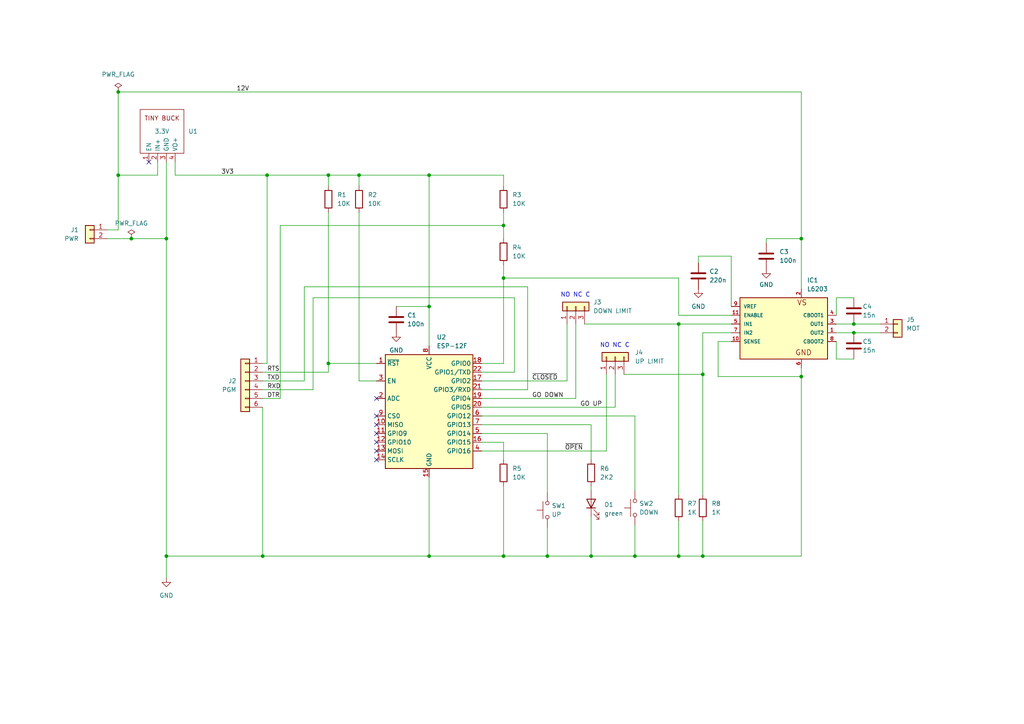
<source format=kicad_sch>
(kicad_sch (version 20230121) (generator eeschema)
  (paper "A4")
  (title_block (title "Blinder") (date "2023-09-11") (rev "1") (company "NopHead") (comment 1 "Tasmota Blind Controller"))
  (lib_symbols
    (symbol "Connector_Generic:Conn_01x02" (pin_names (offset 1.016) hide)
      (property "Reference" "J" (at 0 2.54 0))
      (property "Value" "Conn_01x02" (at 0 -5.08 0))
      (symbol "Conn_01x02_1_1"
        (rectangle (start -1.27 -2.413) (end 0 -2.667) (stroke (width 0.1524)))
        (rectangle (start -1.27 0.127) (end 0 -0.127) (stroke (width 0.1524)))
        (rectangle (start -1.27 1.27) (end 1.27 -3.81) (stroke (width 0.254)) (fill (type background)))
        (pin passive line (at -5.08 0 0) (length 3.81) (name "Pin_1") (number "1"))
        (pin passive line (at -5.08 -2.54 0) (length 3.81) (name "Pin_2") (number "2"))
      )
    )
    (symbol "Connector_Generic:Conn_01x03" (pin_names (offset 1.016) hide)
      (property "Reference" "J" (at 0 5.08 0))
      (property "Value" "Conn_01x03" (at 0 -5.08 0))
      (symbol "Conn_01x03_1_1"
        (rectangle (start -1.27 -2.413) (end 0 -2.667) (stroke (width 0.1524)))
        (rectangle (start -1.27 0.127) (end 0 -0.127) (stroke (width 0.1524)))
        (rectangle (start -1.27 2.667) (end 0 2.413) (stroke (width 0.1524)))
        (rectangle (start -1.27 3.81) (end 1.27 -3.81) (stroke (width 0.254)) (fill (type background)))
        (pin passive line (at -5.08 2.54 0) (length 3.81) (name "Pin_1") (number "1"))
        (pin passive line (at -5.08 0 0) (length 3.81) (name "Pin_2") (number "2"))
        (pin passive line (at -5.08 -2.54 0) (length 3.81) (name "Pin_3") (number "3"))
      )
    )
    (symbol "Connector_Generic:Conn_01x06" (pin_names (offset 1.016) hide)
      (property "Reference" "J" (at 0 7.62 0))
      (property "Value" "Conn_01x06" (at 0 -10.16 0))
      (symbol "Conn_01x06_1_1"
        (rectangle (start -1.27 -7.493) (end 0 -7.747) (stroke (width 0.1524)))
        (rectangle (start -1.27 -4.953) (end 0 -5.207) (stroke (width 0.1524)))
        (rectangle (start -1.27 -2.413) (end 0 -2.667) (stroke (width 0.1524)))
        (rectangle (start -1.27 0.127) (end 0 -0.127) (stroke (width 0.1524)))
        (rectangle (start -1.27 2.667) (end 0 2.413) (stroke (width 0.1524)))
        (rectangle (start -1.27 5.207) (end 0 4.953) (stroke (width 0.1524)))
        (rectangle (start -1.27 6.35) (end 1.27 -8.89) (stroke (width 0.254)) (fill (type background)))
        (pin passive line (at -5.08 5.08 0) (length 3.81) (name "Pin_1") (number "1"))
        (pin passive line (at -5.08 2.54 0) (length 3.81) (name "Pin_2") (number "2"))
        (pin passive line (at -5.08 0 0) (length 3.81) (name "Pin_3") (number "3"))
        (pin passive line (at -5.08 -2.54 0) (length 3.81) (name "Pin_4") (number "4"))
        (pin passive line (at -5.08 -5.08 0) (length 3.81) (name "Pin_5") (number "5"))
        (pin passive line (at -5.08 -7.62 0) (length 3.81) (name "Pin_6") (number "6"))
      )
    )
    (symbol "Device:C" (pin_numbers hide) (pin_names (offset 0.254))
      (property "Reference" "C" (at 0.635 2.54 0))
      (property "Value" "C" (at 0.635 -2.54 0))
      (symbol "C_0_1"
        (polyline (pts (xy -2.032 -0.762) (xy 2.032 -0.762)) (stroke (width 0.508)))
        (polyline (pts (xy -2.032 0.762) (xy 2.032 0.762)) (stroke (width 0.508)))
      )
      (symbol "C_1_1"
        (pin passive line (at 0 3.81 270) (length 2.794) (name "~") (number "1"))
        (pin passive line (at 0 -3.81 90) (length 2.794) (name "~") (number "2"))
      )
    )
    (symbol "Device:LED" (pin_numbers hide) (pin_names (offset 1.016) hide)
      (property "Reference" "D" (at 0 2.54 0))
      (property "Value" "LED" (at 0 -2.54 0))
      (symbol "LED_0_1"
        (polyline (pts (xy -1.27 -1.27) (xy -1.27 1.27)) (stroke (width 0.254)))
        (polyline (pts (xy -1.27 0) (xy 1.27 0)))
        (polyline (pts (xy 1.27 -1.27) (xy 1.27 1.27) (xy -1.27 0) (xy 1.27 -1.27)) (stroke (width 0.254)))
        (polyline (pts (xy -3.048 -0.762) (xy -4.572 -2.286) (xy -3.81 -2.286) (xy -4.572 -2.286) (xy -4.572 -1.524)))
        (polyline (pts (xy -1.778 -0.762) (xy -3.302 -2.286) (xy -2.54 -2.286) (xy -3.302 -2.286) (xy -3.302 -1.524)))
      )
      (symbol "LED_1_1"
        (pin passive line (at -3.81 0 0) (length 2.54) (name "K") (number "1"))
        (pin passive line (at 3.81 0 180) (length 2.54) (name "A") (number "2"))
      )
    )
    (symbol "Device:R" (pin_numbers hide) (pin_names (offset 0))
      (property "Reference" "R" (at 2.032 0 90))
      (property "Value" "R" (at 0 0 90))
      (symbol "R_0_1"
        (rectangle (start -1.016 -2.54) (end 1.016 2.54) (stroke (width 0.254)))
      )
      (symbol "R_1_1"
        (pin passive line (at 0 3.81 270) (length 1.27) (name "~") (number "1"))
        (pin passive line (at 0 -3.81 90) (length 1.27) (name "~") (number "2"))
      )
    )
    (symbol "L6203:L6203" (pin_names (offset 1.016))
      (property "Reference" "IC" (at -12.7196 8.9037 0))
      (property "Value" "L6203" (at -12.7041 -12.7041 0))
      (symbol "L6203_0_0"
        (rectangle (start -12.7 -10.16) (end 12.7 7.62) (stroke (width 0.254)) (fill (type background)))
        (text "GND" (at 3.305 -9.1523 0) (effects (font (size 1.5254 1.5254)) (justify left bottom)))
        (text "VS" (at 3.8134 5.3387 0) (effects (font (size 1.5253 1.5253)) (justify left bottom)))
        (pin output line (at 15.24 -2.54 180) (length 2.54) (name "OUT2") (number "1"))
        (pin input line (at -15.24 -5.08 0) (length 2.54) (name "SENSE") (number "10"))
        (pin input line (at -15.24 2.54 0) (length 2.54) (name "ENABLE") (number "11"))
        (pin power_in line (at 5.08 10.16 270) (length 2.54) (name "~") (number "2"))
        (pin output line (at 15.24 0 180) (length 2.54) (name "OUT1") (number "3"))
        (pin input line (at 15.24 2.54 180) (length 2.54) (name "CBOOT1") (number "4"))
        (pin input line (at -15.24 0 0) (length 2.54) (name "IN1") (number "5"))
        (pin power_in line (at 5.08 -12.7 90) (length 2.54) (name "~") (number "6"))
        (pin input line (at -15.24 -2.54 0) (length 2.54) (name "IN2") (number "7"))
        (pin input line (at 15.24 -5.08 180) (length 2.54) (name "CBOOT2") (number "8"))
        (pin input line (at -15.24 5.08 0) (length 2.54) (name "VREF") (number "9"))
      )
    )
    (symbol "NopHead:TinyBuckModule"
      (property "Reference" "U" (at 0 2.54 0))
      (symbol "TinyBuckModule_1_1"
        (polyline (pts (xy -5.08 -3.81) (xy 7.62 -3.81) (xy 7.62 8.89) (xy -5.08 8.89) (xy -5.08 -3.81)))
        (text "TINY BUCK" (at 1.27 6.35 0) (effects (font (size 1.27 1.27))))
        (pin input line (at -2.54 -6.35 90) (length 2.54) (name "EN") (number "1"))
        (pin power_in line (at 0 -6.35 90) (length 2.54) (name "IN+") (number "2"))
        (pin power_in line (at 2.54 -6.35 90) (length 2.54) (name "GND") (number "3"))
        (pin power_out line (at 5.08 -6.35 90) (length 2.54) (name "VO+") (number "4"))
      )
    )
    (symbol "RF_Module:ESP-12F"
      (property "Reference" "U" (at -12.7 19.05 0))
      (property "Value" "ESP-12F" (at 12.7 19.05 0))
      (symbol "ESP-12F_0_1"
        (rectangle (start -12.7 17.78) (end 12.7 -15.24) (stroke (width 0.254)) (fill (type background)))
      )
      (symbol "ESP-12F_1_1"
        (pin input line (at -15.24 15.24 0) (length 2.54) (name "~{RST}") (number "1"))
        (pin bidirectional line (at -15.24 -2.54 0) (length 2.54) (name "MISO") (number "10"))
        (pin bidirectional line (at -15.24 -5.08 0) (length 2.54) (name "GPIO9") (number "11"))
        (pin bidirectional line (at -15.24 -7.62 0) (length 2.54) (name "GPIO10") (number "12"))
        (pin bidirectional line (at -15.24 -10.16 0) (length 2.54) (name "MOSI") (number "13"))
        (pin bidirectional line (at -15.24 -12.7 0) (length 2.54) (name "SCLK") (number "14"))
        (pin power_in line (at 0 -17.78 90) (length 2.54) (name "GND") (number "15"))
        (pin bidirectional line (at 15.24 -7.62 180) (length 2.54) (name "GPIO15") (number "16"))
        (pin bidirectional line (at 15.24 10.16 180) (length 2.54) (name "GPIO2") (number "17"))
        (pin bidirectional line (at 15.24 15.24 180) (length 2.54) (name "GPIO0") (number "18"))
        (pin bidirectional line (at 15.24 5.08 180) (length 2.54) (name "GPIO4") (number "19"))
        (pin input line (at -15.24 5.08 0) (length 2.54) (name "ADC") (number "2"))
        (pin bidirectional line (at 15.24 2.54 180) (length 2.54) (name "GPIO5") (number "20"))
        (pin bidirectional line (at 15.24 7.62 180) (length 2.54) (name "GPIO3/RXD") (number "21"))
        (pin bidirectional line (at 15.24 12.7 180) (length 2.54) (name "GPIO1/TXD") (number "22"))
        (pin input line (at -15.24 10.16 0) (length 2.54) (name "EN") (number "3"))
        (pin bidirectional line (at 15.24 -10.16 180) (length 2.54) (name "GPIO16") (number "4"))
        (pin bidirectional line (at 15.24 -5.08 180) (length 2.54) (name "GPIO14") (number "5"))
        (pin bidirectional line (at 15.24 0 180) (length 2.54) (name "GPIO12") (number "6"))
        (pin bidirectional line (at 15.24 -2.54 180) (length 2.54) (name "GPIO13") (number "7"))
        (pin power_in line (at 0 20.32 270) (length 2.54) (name "VCC") (number "8"))
        (pin input line (at -15.24 0 0) (length 2.54) (name "CS0") (number "9"))
      )
    )
    (symbol "Switch:SW_Push" (pin_numbers hide) (pin_names (offset 1.016) hide)
      (property "Reference" "SW" (at 1.27 2.54 0))
      (property "Value" "SW_Push" (at 0 -1.524 0))
      (symbol "SW_Push_0_1"
        (circle (center -2.032 0) (radius 0.508))
        (polyline (pts (xy 0 1.27) (xy 0 3.048)))
        (polyline (pts (xy 2.54 1.27) (xy -2.54 1.27)))
        (circle (center 2.032 0) (radius 0.508))
        (pin passive line (at -5.08 0 0) (length 2.54) (name "1") (number "1"))
        (pin passive line (at 5.08 0 180) (length 2.54) (name "2") (number "2"))
      )
    )
    (symbol "power:GND" (power) (pin_names (offset 0))
      (property "Value" "GND" (at 0 -3.81 0))
      (symbol "GND_0_1"
        (polyline (pts (xy 0 0) (xy 0 -1.27) (xy 1.27 -1.27) (xy 0 -2.54) (xy -1.27 -1.27) (xy 0 -1.27)))
      )
      (symbol "GND_1_1"
        (pin power_in line (at 0 0 270) (length 0) hide (name "GND") (number "1"))
      )
    )
    (symbol "power:PWR_FLAG" (power) (pin_numbers hide) (pin_names (offset 0) hide)
      (property "Value" "PWR_FLAG" (at 0 3.81 0))
      (symbol "PWR_FLAG_0_0"
        (pin power_out line (at 0 0 90) (length 0) (name "pwr") (number "1"))
      )
      (symbol "PWR_FLAG_0_1"
        (polyline (pts (xy 0 0) (xy 0 1.27) (xy -1.016 1.905) (xy 0 2.54) (xy 1.016 1.905) (xy 0 1.27)))
      )
    )
  )
  (junction (at 34.29 26.67))
  (junction (at 196.85 93.98))
  (junction (at 124.46 88.9))
  (junction (at 203.835 161.29))
  (junction (at 48.26 69.215))
  (junction (at 34.29 50.8))
  (junction (at 95.25 50.8))
  (junction (at 184.15 161.29))
  (junction (at 77.47 50.8))
  (junction (at 76.2 161.29))
  (junction (at 124.46 50.8))
  (junction (at 146.05 65.405))
  (junction (at 146.05 80.645))
  (junction (at 203.835 108.585))
  (junction (at 196.85 161.29))
  (junction (at 171.45 161.29))
  (junction (at 124.46 161.29))
  (junction (at 232.41 69.215))
  (junction (at 38.1 69.215))
  (junction (at 95.25 105.41))
  (junction (at 247.65 96.52))
  (junction (at 158.75 161.29))
  (junction (at 48.26 161.29))
  (junction (at 146.05 161.29))
  (junction (at 104.14 50.8))
  (junction (at 247.65 93.98))
  (junction (at 232.41 109.22))
  (no_connect (at 109.22 133.35))
  (no_connect (at 109.22 125.73))
  (no_connect (at 109.22 115.57))
  (no_connect (at 109.22 130.81))
  (no_connect (at 109.22 128.27))
  (no_connect (at 109.22 120.65))
  (no_connect (at 109.22 123.19))
  (no_connect (at 43.18 46.99))
  (wire (pts (xy 139.7 118.11) (xy 178.435 118.11)))
  (wire (pts (xy 31.115 66.675) (xy 34.29 66.675)))
  (wire (pts (xy 77.47 105.41) (xy 77.47 50.8)))
  (wire (pts (xy 171.45 161.29) (xy 184.15 161.29)))
  (wire (pts (xy 158.75 153.035) (xy 158.75 161.29)))
  (wire (pts (xy 196.85 151.13) (xy 196.85 161.29)))
  (wire (pts (xy 184.15 120.65) (xy 184.15 142.24)))
  (wire (pts (xy 169.545 93.98) (xy 196.85 93.98)))
  (wire (pts (xy 76.2 118.11) (xy 76.2 161.29)))
  (wire (pts (xy 76.2 107.95) (xy 95.25 107.95)))
  (wire (pts (xy 114.935 88.9) (xy 124.46 88.9)))
  (wire (pts (xy 124.46 138.43) (xy 124.46 161.29)))
  (wire (pts (xy 171.45 123.19) (xy 139.7 123.19)))
  (wire (pts (xy 146.05 65.405) (xy 81.28 65.405)))
  (wire (pts (xy 153.035 83.185) (xy 153.035 113.03)))
  (wire (pts (xy 88.265 83.185) (xy 88.265 110.49)))
  (wire (pts (xy 95.25 105.41) (xy 109.22 105.41)))
  (wire (pts (xy 104.14 110.49) (xy 109.22 110.49)))
  (wire (pts (xy 146.05 140.97) (xy 146.05 161.29)))
  (wire (pts (xy 146.05 76.835) (xy 146.05 80.645)))
  (wire (pts (xy 124.46 50.8) (xy 146.05 50.8)))
  (wire (pts (xy 184.15 152.4) (xy 184.15 161.29)))
  (wire (pts (xy 48.26 69.215) (xy 48.26 161.29)))
  (wire (pts (xy 139.7 120.65) (xy 184.15 120.65)))
  (wire (pts (xy 48.26 46.99) (xy 48.26 69.215)))
  (wire (pts (xy 104.14 50.8) (xy 104.14 53.975)))
  (wire (pts (xy 90.805 86.36) (xy 90.805 113.03)))
  (wire (pts (xy 38.1 69.215) (xy 48.26 69.215)))
  (wire (pts (xy 95.25 61.595) (xy 95.25 105.41)))
  (wire (pts (xy 146.05 50.8) (xy 146.05 53.975)))
  (wire (pts (xy 167.005 115.57) (xy 167.005 93.98)))
  (wire (pts (xy 212.09 74.295) (xy 212.09 88.9)))
  (wire (pts (xy 124.46 161.29) (xy 146.05 161.29)))
  (wire (pts (xy 180.975 108.585) (xy 203.835 108.585)))
  (wire (pts (xy 124.46 88.9) (xy 124.46 100.33)))
  (wire (pts (xy 76.2 110.49) (xy 88.265 110.49)))
  (wire (pts (xy 232.41 69.215) (xy 232.41 83.82)))
  (wire (pts (xy 196.85 161.29) (xy 203.835 161.29)))
  (wire (pts (xy 171.45 133.35) (xy 171.45 123.19)))
  (wire (pts (xy 196.85 91.44) (xy 212.09 91.44)))
  (wire (pts (xy 242.57 93.98) (xy 247.65 93.98)))
  (wire (pts (xy 95.25 105.41) (xy 95.25 107.95)))
  (wire (pts (xy 196.85 93.98) (xy 212.09 93.98)))
  (wire (pts (xy 34.29 50.8) (xy 34.29 66.675)))
  (wire (pts (xy 139.7 107.95) (xy 149.225 107.95)))
  (wire (pts (xy 50.8 50.8) (xy 77.47 50.8)))
  (wire (pts (xy 88.265 83.185) (xy 153.035 83.185)))
  (wire (pts (xy 203.835 96.52) (xy 212.09 96.52)))
  (wire (pts (xy 45.72 46.99) (xy 45.72 50.8)))
  (wire (pts (xy 175.895 130.81) (xy 175.895 108.585)))
  (wire (pts (xy 50.8 46.99) (xy 50.8 50.8)))
  (wire (pts (xy 76.2 161.29) (xy 124.46 161.29)))
  (wire (pts (xy 158.75 125.73) (xy 139.7 125.73)))
  (wire (pts (xy 149.225 86.36) (xy 149.225 107.95)))
  (wire (pts (xy 208.28 109.22) (xy 232.41 109.22)))
  (wire (pts (xy 48.26 161.29) (xy 48.26 167.64)))
  (wire (pts (xy 139.7 113.03) (xy 153.035 113.03)))
  (wire (pts (xy 81.28 65.405) (xy 81.28 115.57)))
  (wire (pts (xy 146.05 128.27) (xy 146.05 133.35)))
  (wire (pts (xy 196.85 80.645) (xy 146.05 80.645)))
  (wire (pts (xy 203.835 108.585) (xy 203.835 143.51)))
  (wire (pts (xy 184.15 161.29) (xy 196.85 161.29)))
  (wire (pts (xy 232.41 109.22) (xy 232.41 106.68)))
  (wire (pts (xy 203.835 161.29) (xy 232.41 161.29)))
  (wire (pts (xy 202.565 76.2) (xy 202.565 74.295)))
  (wire (pts (xy 222.25 69.215) (xy 232.41 69.215)))
  (wire (pts (xy 247.65 104.14) (xy 242.57 104.14)))
  (wire (pts (xy 171.45 140.97) (xy 171.45 142.24)))
  (wire (pts (xy 104.14 50.8) (xy 124.46 50.8)))
  (wire (pts (xy 48.26 161.29) (xy 76.2 161.29)))
  (wire (pts (xy 158.75 142.875) (xy 158.75 125.73)))
  (wire (pts (xy 146.05 80.645) (xy 146.05 105.41)))
  (wire (pts (xy 247.65 86.36) (xy 242.57 86.36)))
  (wire (pts (xy 178.435 108.585) (xy 178.435 118.11)))
  (wire (pts (xy 196.85 93.98) (xy 196.85 143.51)))
  (wire (pts (xy 139.7 130.81) (xy 175.895 130.81)))
  (wire (pts (xy 76.2 115.57) (xy 81.28 115.57)))
  (wire (pts (xy 146.05 161.29) (xy 158.75 161.29)))
  (wire (pts (xy 203.835 151.13) (xy 203.835 161.29)))
  (wire (pts (xy 34.29 26.67) (xy 232.41 26.67)))
  (wire (pts (xy 164.465 110.49) (xy 139.7 110.49)))
  (wire (pts (xy 212.09 99.06) (xy 208.28 99.06)))
  (wire (pts (xy 95.25 50.8) (xy 95.25 53.975)))
  (wire (pts (xy 146.05 61.595) (xy 146.05 65.405)))
  (wire (pts (xy 232.41 109.22) (xy 232.41 161.29)))
  (wire (pts (xy 247.65 96.52) (xy 255.27 96.52)))
  (wire (pts (xy 202.565 74.295) (xy 212.09 74.295)))
  (wire (pts (xy 242.57 96.52) (xy 247.65 96.52)))
  (wire (pts (xy 196.85 91.44) (xy 196.85 80.645)))
  (wire (pts (xy 208.28 99.06) (xy 208.28 109.22)))
  (wire (pts (xy 146.05 65.405) (xy 146.05 69.215)))
  (wire (pts (xy 77.47 105.41) (xy 76.2 105.41)))
  (wire (pts (xy 139.7 128.27) (xy 146.05 128.27)))
  (wire (pts (xy 90.805 86.36) (xy 149.225 86.36)))
  (wire (pts (xy 34.29 50.8) (xy 34.29 26.67)))
  (wire (pts (xy 104.14 61.595) (xy 104.14 110.49)))
  (wire (pts (xy 77.47 50.8) (xy 95.25 50.8)))
  (wire (pts (xy 124.46 50.8) (xy 124.46 88.9)))
  (wire (pts (xy 247.65 93.98) (xy 255.27 93.98)))
  (wire (pts (xy 242.57 104.14) (xy 242.57 99.06)))
  (wire (pts (xy 203.835 96.52) (xy 203.835 108.585)))
  (wire (pts (xy 232.41 26.67) (xy 232.41 69.215)))
  (wire (pts (xy 95.25 50.8) (xy 104.14 50.8)))
  (wire (pts (xy 158.75 161.29) (xy 171.45 161.29)))
  (wire (pts (xy 45.72 50.8) (xy 34.29 50.8)))
  (wire (pts (xy 242.57 86.36) (xy 242.57 91.44)))
  (wire (pts (xy 222.25 70.485) (xy 222.25 69.215)))
  (wire (pts (xy 31.115 69.215) (xy 38.1 69.215)))
  (wire (pts (xy 164.465 93.98) (xy 164.465 110.49)))
  (wire (pts (xy 139.7 105.41) (xy 146.05 105.41)))
  (wire (pts (xy 76.2 113.03) (xy 90.805 113.03)))
  (wire (pts (xy 171.45 149.86) (xy 171.45 161.29)))
  (wire (pts (xy 139.7 115.57) (xy 167.005 115.57)))
  (text "NO NC C" (at 162.56 86.36 0) (effects (font (size 1.27 1.27)) (justify left bottom)))
  (text "NO NC C" (at 173.99 100.965 0) (effects (font (size 1.27 1.27)) (justify left bottom)))
  (label "DTR" (at 77.47 115.57 0))
  (label "RXD" (at 77.47 113.03 0))
  (label "GO DOWN" (at 154.305 115.57 0))
  (label "~{OPEN}" (at 163.83 130.81 0))
  (label "RTS" (at 77.47 107.95 0))
  (label "GO UP" (at 168.275 118.11 0))
  (label "12V" (at 68.58 26.67 0))
  (label "TXD" (at 77.47 110.49 0))
  (label "3V3" (at 64.135 50.8 0))
  (label "~{CLOSED}" (at 154.305 110.49 0))
  (symbol (lib_id "Device:R") (at 203.835 147.32 0) (unit 1)
    (property "Reference" "R8" (at 206.375 146.05 0) (effects (justify left)))
    (property "Value" "1K" (at 206.375 148.59 0) (effects (justify left)))
    (property "Footprint" "Resistor_SMD:R_0805_2012Metric_Pad1.20x1.40mm_HandSolder" (effects hide))
  )
  (symbol (lib_id "Switch:SW_Push") (at 184.15 147.32 90) (unit 1)
    (property "Reference" "SW2" (at 185.42 146.05 90) (effects (justify right)))
    (property "Value" "DOWN" (at 185.42 148.59 90) (effects (justify right)))
    (property "Footprint" "Button_Switch_THT:SW_Tactile_SPST_Angled_PTS645Vx39-2LFS" (effects hide))
  )
  (symbol (lib_id "Device:C") (at 247.65 90.17 0) (unit 1)
    (property "Reference" "C4" (at 250.19 88.9 0) (effects (justify left)))
    (property "Value" "15n" (at 250.19 91.44 0) (effects (justify left)))
    (property "Footprint" "Capacitor_SMD:C_0805_2012Metric_Pad1.18x1.45mm_HandSolder" (effects hide))
  )
  (symbol (lib_id "NopHead:TinyBuckModule") (at 45.72 40.64 0) (unit 1)
    (property "Reference" "U1" (at 54.61 38.1 0) (effects (justify left)))
    (property "Value" "3.3V" (at 46.99 38.1 0))
    (property "Footprint" "NopHead:TinyBuck" (effects hide))
  )
  (symbol (lib_id "power:GND") (at 222.25 78.105 0) (unit 1)
    (property "Reference" "#PWR04" (effects hide))
    (property "Value" "GND" (at 222.25 82.55 0))
  )
  (symbol (lib_id "Switch:SW_Push") (at 158.75 147.955 90) (unit 1)
    (property "Reference" "SW1" (at 160.02 146.685 90) (effects (justify right)))
    (property "Value" "UP" (at 160.02 149.225 90) (effects (justify right)))
    (property "Footprint" "Button_Switch_THT:SW_Tactile_SPST_Angled_PTS645Vx39-2LFS" (effects hide))
  )
  (symbol (lib_id "power:GND") (at 202.565 83.82 0) (unit 1)
    (property "Reference" "#PWR03" (effects hide))
    (property "Value" "GND" (at 202.565 88.9 0))
  )
  (symbol (lib_id "power:PWR_FLAG") (at 38.1 69.215 0) (unit 1)
    (property "Reference" "#FLG02" (effects hide))
    (property "Value" "PWR_FLAG" (at 38.1 64.77 0))
  )
  (symbol (lib_id "Device:R") (at 146.05 73.025 0) (unit 1)
    (property "Reference" "R4" (at 148.59 71.755 0) (effects (justify left)))
    (property "Value" "10K" (at 148.59 74.295 0) (effects (justify left)))
    (property "Footprint" "Resistor_SMD:R_0805_2012Metric_Pad1.20x1.40mm_HandSolder" (effects hide))
  )
  (symbol (lib_id "Device:R") (at 171.45 137.16 0) (unit 1)
    (property "Reference" "R6" (at 173.99 135.89 0) (effects (justify left)))
    (property "Value" "2K2" (at 173.99 138.43 0) (effects (justify left)))
    (property "Footprint" "Resistor_SMD:R_0805_2012Metric_Pad1.20x1.40mm_HandSolder" (effects hide))
  )
  (symbol (lib_id "Device:C") (at 222.25 74.295 0) (unit 1)
    (property "Reference" "C3" (at 226.06 73.025 0) (effects (justify left)))
    (property "Value" "100n" (at 226.06 75.565 0) (effects (justify left)))
    (property "Footprint" "Capacitor_SMD:C_0805_2012Metric_Pad1.18x1.45mm_HandSolder" (effects hide))
  )
  (symbol (lib_id "power:PWR_FLAG") (at 34.29 26.67 0) (unit 1)
    (property "Reference" "#FLG01" (effects hide))
    (property "Value" "PWR_FLAG" (at 34.29 21.59 0))
  )
  (symbol (lib_id "Device:C") (at 247.65 100.33 0) (unit 1)
    (property "Reference" "C5" (at 250.19 99.06 0) (effects (justify left)))
    (property "Value" "15n" (at 250.19 101.6 0) (effects (justify left)))
    (property "Footprint" "Capacitor_SMD:C_0805_2012Metric_Pad1.18x1.45mm_HandSolder" (effects hide))
  )
  (symbol (lib_id "RF_Module:ESP-12F") (at 124.46 120.65 0) (unit 1)
    (property "Reference" "U2" (at 126.6541 97.79 0) (effects (justify left)))
    (property "Value" "ESP-12F" (at 126.6541 100.33 0) (effects (justify left)))
    (property "Footprint" "RF_Module:ESP-12E" (effects hide))
    (property "Datasheet" "http://wiki.ai-thinker.com/_media/esp8266/esp8266_series_modules_user_manual_v1.1.pdf" (effects hide))
  )
  (symbol (lib_id "Connector_Generic:Conn_01x02") (at 26.035 66.675 0) (mirror y) (unit 1)
    (property "Reference" "J1" (at 22.86 66.675 0) (effects (justify left)))
    (property "Value" "PWR" (at 22.86 69.215 0) (effects (justify left)))
    (property "Footprint" "Connector_Molex:Molex_KK-254_AE-6410-02A_1x02_P2.54mm_Vertical" (effects hide))
  )
  (symbol (lib_id "Device:R") (at 146.05 57.785 0) (unit 1)
    (property "Reference" "R3" (at 148.59 56.515 0) (effects (justify left)))
    (property "Value" "10K" (at 148.59 59.055 0) (effects (justify left)))
    (property "Footprint" "Resistor_SMD:R_0805_2012Metric_Pad1.20x1.40mm_HandSolder" (effects hide))
  )
  (symbol (lib_id "Connector_Generic:Conn_01x03") (at 178.435 103.505 90) (unit 1)
    (property "Reference" "J4" (at 184.15 102.235 90) (effects (justify right)))
    (property "Value" "UP LIMIT" (at 184.15 104.775 90) (effects (justify right)))
    (property "Footprint" "Connector_JST:JST_PH_B3B-PH-K_1x03_P2.00mm_Vertical" (effects hide))
  )
  (symbol (lib_id "Device:R") (at 95.25 57.785 0) (unit 1)
    (property "Reference" "R1" (at 97.79 56.515 0) (effects (justify left)))
    (property "Value" "10K" (at 97.79 59.055 0) (effects (justify left)))
    (property "Footprint" "Resistor_SMD:R_0805_2012Metric_Pad1.20x1.40mm_HandSolder" (effects hide))
  )
  (symbol (lib_id "Device:R") (at 196.85 147.32 0) (unit 1)
    (property "Reference" "R7" (at 199.39 146.05 0) (effects (justify left)))
    (property "Value" "1K" (at 199.39 148.59 0) (effects (justify left)))
    (property "Footprint" "Resistor_SMD:R_0805_2012Metric_Pad1.20x1.40mm_HandSolder" (effects hide))
  )
  (symbol (lib_id "L6203:L6203") (at 227.33 93.98 0) (unit 1)
    (property "Reference" "IC1" (at 234.0611 81.28 0) (effects (justify left)))
    (property "Value" "L6203" (at 234.0611 83.82 0) (effects (justify left)))
    (property "Footprint" "L6203:MULTIWATT-11" (effects hide))
    (property "MF" "STMicroelectronics" (effects hide))
    (property "Description" "\nHalf Bridge (2) Driver DC Motors, General Purpose BCDMOS 11-Multiwatt\n" (effects hide))
    (property "Package" "Multiwatt-11 STMicroelectronics" (effects hide))
    (property "MPN" "L6203" (effects hide))
    (property "Price" "None" (effects hide))
    (property "OC_FARNELL" "1467715" (effects hide))
    (property "SnapEDA_Link" "https://www.snapeda.com/parts/L6203/STMicroelectronics/view-part/?ref=snap" (effects hide))
    (property "MP" "L6203" (effects hide))
    (property "Purchase-URL" "https://www.snapeda.com/api/url_track_click_mouser/?unipart_id=5573&manufacturer=STMicroelectronics&part_name=L6203&search_term=l6203" (effects hide))
    (property "OC_NEWARK" "56P8434" (effects hide))
    (property "Availability" "In Stock" (effects hide))
    (property "Check_prices" "https://www.snapeda.com/parts/L6203/STMicroelectronics/view-part/?ref=eda" (effects hide))
  )
  (symbol (lib_id "Connector_Generic:Conn_01x02") (at 260.35 93.98 0) (unit 1)
    (property "Reference" "J5" (at 262.89 92.71 0) (effects (justify left)))
    (property "Value" "MOT" (at 262.89 95.25 0) (effects (justify left)))
    (property "Footprint" "Connector_JST:JST_PH_B2B-PH-K_1x02_P2.00mm_Vertical" (effects hide))
  )
  (symbol (lib_id "power:GND") (at 114.935 96.52 0) (unit 1)
    (property "Reference" "#PWR02" (effects hide))
    (property "Value" "GND" (at 114.935 101.6 0))
  )
  (symbol (lib_id "Device:C") (at 202.565 80.01 0) (unit 1)
    (property "Reference" "C2" (at 205.74 78.74 0) (effects (justify left)))
    (property "Value" "220n" (at 205.74 81.28 0) (effects (justify left)))
    (property "Footprint" "Capacitor_SMD:C_0805_2012Metric_Pad1.18x1.45mm_HandSolder" (effects hide))
  )
  (symbol (lib_id "Device:R") (at 104.14 57.785 0) (unit 1)
    (property "Reference" "R2" (at 106.68 56.515 0) (effects (justify left)))
    (property "Value" "10K" (at 106.68 59.055 0) (effects (justify left)))
    (property "Footprint" "Resistor_SMD:R_0805_2012Metric_Pad1.20x1.40mm_HandSolder" (effects hide))
  )
  (symbol (lib_id "Device:R") (at 146.05 137.16 0) (unit 1)
    (property "Reference" "R5" (at 148.59 135.89 0) (effects (justify left)))
    (property "Value" "10K" (at 148.59 138.43 0) (effects (justify left)))
    (property "Footprint" "Resistor_SMD:R_0805_2012Metric_Pad1.20x1.40mm_HandSolder" (effects hide))
  )
  (symbol (lib_id "power:GND") (at 48.26 167.64 0) (unit 1)
    (property "Reference" "#PWR01" (effects hide))
    (property "Value" "GND" (at 48.26 172.72 0))
  )
  (symbol (lib_id "Device:C") (at 114.935 92.71 0) (unit 1)
    (property "Reference" "C1" (at 118.11 91.44 0) (effects (justify left)))
    (property "Value" "100n" (at 118.11 93.98 0) (effects (justify left)))
    (property "Footprint" "Capacitor_SMD:C_0805_2012Metric_Pad1.18x1.45mm_HandSolder" (effects hide))
  )
  (symbol (lib_id "Device:LED") (at 171.45 146.05 90) (unit 1)
    (property "Reference" "D1" (at 175.26 146.3675 90) (effects (justify right)))
    (property "Value" "green" (at 175.26 148.9075 90) (effects (justify right)))
    (property "Footprint" "LED_THT:LED_D3.0mm_Horizontal_O1.27mm_Z2.0mm" (effects hide))
  )
  (symbol (lib_id "Connector_Generic:Conn_01x06") (at 71.12 110.49 0) (mirror y) (unit 1)
    (property "Reference" "J2" (at 68.58 110.49 0) (effects (justify left)))
    (property "Value" "PGM" (at 68.58 113.03 0) (effects (justify left)))
    (property "Footprint" "Connector_PinHeader_2.54mm:PinHeader_1x06_P2.54mm_Vertical" (effects hide))
  )
  (symbol (lib_id "Connector_Generic:Conn_01x03") (at 167.005 88.9 90) (unit 1)
    (property "Reference" "J3" (at 172.085 87.63 90) (effects (justify right)))
    (property "Value" "DOWN LIMIT" (at 172.085 90.17 90) (effects (justify right)))
    (property "Footprint" "Connector_JST:JST_PH_B3B-PH-K_1x03_P2.00mm_Vertical" (effects hide))
  )
)
</source>
